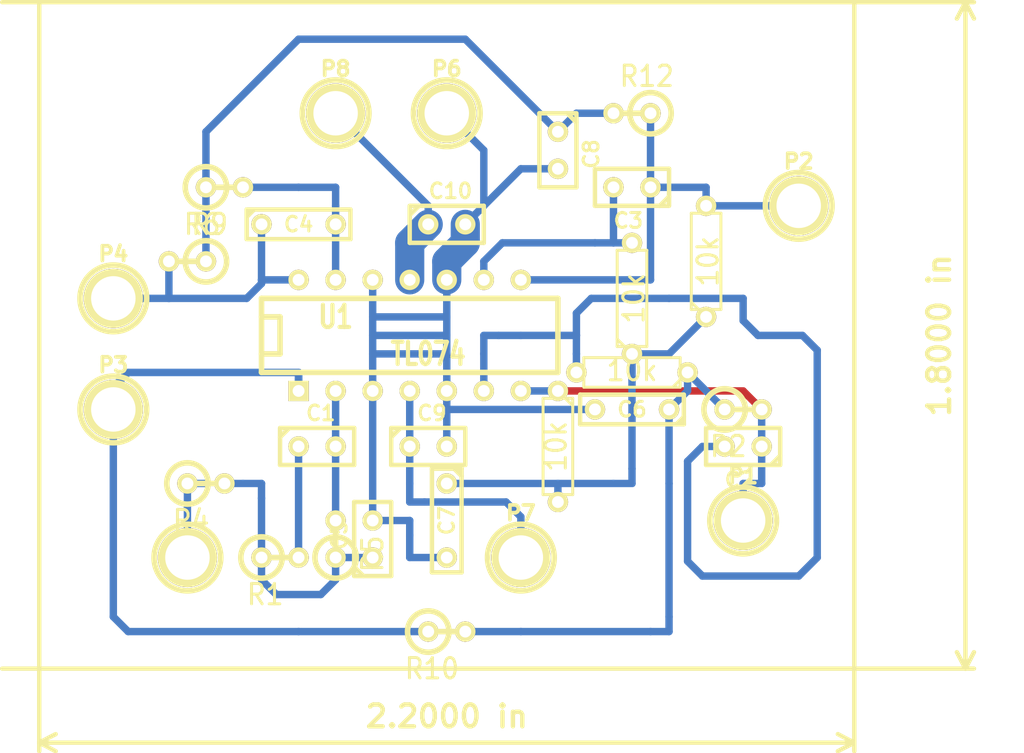
<source format=kicad_pcb>
(kicad_pcb (version 3) (host pcbnew "(2013-07-07 BZR 4022)-stable")

  (general
    (links 50)
    (no_connects 1)
    (area 0 0 0 0)
    (thickness 1.6)
    (drawings 2)
    (tracks 145)
    (zones 0)
    (modules 31)
    (nets 17)
  )

  (page A3)
  (layers
    (15 F.Cu signal)
    (0 B.Cu signal)
    (16 B.Adhes user)
    (17 F.Adhes user)
    (18 B.Paste user)
    (19 F.Paste user)
    (20 B.SilkS user)
    (21 F.SilkS user)
    (22 B.Mask user)
    (23 F.Mask user)
    (24 Dwgs.User user)
    (25 Cmts.User user)
    (26 Eco1.User user)
    (27 Eco2.User user)
    (28 Edge.Cuts user)
  )

  (setup
    (last_trace_width 0.508)
    (user_trace_width 0.508)
    (user_trace_width 2)
    (trace_clearance 0.254)
    (zone_clearance 0.508)
    (zone_45_only no)
    (trace_min 0.254)
    (segment_width 0.2)
    (edge_width 0.1)
    (via_size 0.889)
    (via_drill 0.635)
    (via_min_size 0.889)
    (via_min_drill 0.508)
    (uvia_size 0.508)
    (uvia_drill 0.127)
    (uvias_allowed no)
    (uvia_min_size 0.508)
    (uvia_min_drill 0.127)
    (pcb_text_width 0.3)
    (pcb_text_size 1.5 1.5)
    (mod_edge_width 0.15)
    (mod_text_size 1 1)
    (mod_text_width 0.15)
    (pad_size 1.5 1.5)
    (pad_drill 0.6)
    (pad_to_mask_clearance 0)
    (aux_axis_origin 0 0)
    (visible_elements 7FFFFFFF)
    (pcbplotparams
      (layerselection 3178497)
      (usegerberextensions true)
      (excludeedgelayer true)
      (linewidth 0.150000)
      (plotframeref false)
      (viasonmask false)
      (mode 1)
      (useauxorigin false)
      (hpglpennumber 1)
      (hpglpenspeed 20)
      (hpglpendiameter 15)
      (hpglpenoverlay 2)
      (psnegative false)
      (psa4output false)
      (plotreference true)
      (plotvalue true)
      (plotothertext true)
      (plotinvisibletext false)
      (padsonsilk false)
      (subtractmaskfromsilk false)
      (outputformat 1)
      (mirror false)
      (drillshape 1)
      (scaleselection 1)
      (outputdirectory ""))
  )

  (net 0 "")
  (net 1 AGND)
  (net 2 N-000001)
  (net 3 N-0000010)
  (net 4 N-0000011)
  (net 5 N-0000012)
  (net 6 N-0000013)
  (net 7 N-0000014)
  (net 8 N-000002)
  (net 9 N-000003)
  (net 10 N-000005)
  (net 11 N-000006)
  (net 12 N-000007)
  (net 13 N-000008)
  (net 14 N-000009)
  (net 15 VCC)
  (net 16 VSS)

  (net_class Default "This is the default net class."
    (clearance 0.254)
    (trace_width 0.254)
    (via_dia 0.889)
    (via_drill 0.635)
    (uvia_dia 0.508)
    (uvia_drill 0.127)
    (add_net "")
    (add_net AGND)
    (add_net N-000001)
    (add_net N-0000010)
    (add_net N-0000011)
    (add_net N-0000012)
    (add_net N-0000013)
    (add_net N-0000014)
    (add_net N-000002)
    (add_net N-000003)
    (add_net N-000005)
    (add_net N-000006)
    (add_net N-000007)
    (add_net N-000008)
    (add_net N-000009)
    (add_net VCC)
    (add_net VSS)
  )

  (module C1 (layer F.Cu) (tedit 3F92C496) (tstamp 5318C4DD)
    (at 115.57 93.98)
    (descr "Condensateur e = 1 pas")
    (tags C)
    (path /5318AF6F)
    (fp_text reference C9 (at 0.254 -2.286) (layer F.SilkS)
      (effects (font (size 1.016 1.016) (thickness 0.2032)))
    )
    (fp_text value 0.1uF (at 0 -2.286) (layer F.SilkS) hide
      (effects (font (size 1.016 1.016) (thickness 0.2032)))
    )
    (fp_line (start -2.4892 -1.27) (end 2.54 -1.27) (layer F.SilkS) (width 0.3048))
    (fp_line (start 2.54 -1.27) (end 2.54 1.27) (layer F.SilkS) (width 0.3048))
    (fp_line (start 2.54 1.27) (end -2.54 1.27) (layer F.SilkS) (width 0.3048))
    (fp_line (start -2.54 1.27) (end -2.54 -1.27) (layer F.SilkS) (width 0.3048))
    (fp_line (start -2.54 -0.635) (end -1.905 -1.27) (layer F.SilkS) (width 0.3048))
    (pad 1 thru_hole circle (at -1.27 0) (size 1.397 1.397) (drill 0.8128)
      (layers *.Cu *.Mask F.SilkS)
      (net 15 VCC)
    )
    (pad 2 thru_hole circle (at 1.27 0) (size 1.397 1.397) (drill 0.8128)
      (layers *.Cu *.Mask F.SilkS)
      (net 1 AGND)
    )
    (model discret/capa_1_pas.wrl
      (at (xyz 0 0 0))
      (scale (xyz 1 1 1))
      (rotate (xyz 0 0 0))
    )
  )

  (module C1 (layer F.Cu) (tedit 3F92C496) (tstamp 5318C4E8)
    (at 116.84 78.74)
    (descr "Condensateur e = 1 pas")
    (tags C)
    (path /5318AF75)
    (fp_text reference C10 (at 0.254 -2.286) (layer F.SilkS)
      (effects (font (size 1.016 1.016) (thickness 0.2032)))
    )
    (fp_text value 0.1uF (at 0 -2.286) (layer F.SilkS) hide
      (effects (font (size 1.016 1.016) (thickness 0.2032)))
    )
    (fp_line (start -2.4892 -1.27) (end 2.54 -1.27) (layer F.SilkS) (width 0.3048))
    (fp_line (start 2.54 -1.27) (end 2.54 1.27) (layer F.SilkS) (width 0.3048))
    (fp_line (start 2.54 1.27) (end -2.54 1.27) (layer F.SilkS) (width 0.3048))
    (fp_line (start -2.54 1.27) (end -2.54 -1.27) (layer F.SilkS) (width 0.3048))
    (fp_line (start -2.54 -0.635) (end -1.905 -1.27) (layer F.SilkS) (width 0.3048))
    (pad 1 thru_hole circle (at -1.27 0) (size 1.397 1.397) (drill 0.8128)
      (layers *.Cu *.Mask F.SilkS)
      (net 16 VSS)
    )
    (pad 2 thru_hole circle (at 1.27 0) (size 1.397 1.397) (drill 0.8128)
      (layers *.Cu *.Mask F.SilkS)
      (net 1 AGND)
    )
    (model discret/capa_1_pas.wrl
      (at (xyz 0 0 0))
      (scale (xyz 1 1 1))
      (rotate (xyz 0 0 0))
    )
  )

  (module R1 (layer F.Cu) (tedit 200000) (tstamp 5318C5A5)
    (at 100.33 96.52)
    (descr "Resistance verticale")
    (tags R)
    (path /53026A05)
    (autoplace_cost90 10)
    (autoplace_cost180 10)
    (fp_text reference R4 (at -1.016 2.54) (layer F.SilkS)
      (effects (font (size 1.397 1.27) (thickness 0.2032)))
    )
    (fp_text value 10k (at -1.143 2.54) (layer F.SilkS) hide
      (effects (font (size 1.397 1.27) (thickness 0.2032)))
    )
    (fp_line (start -1.27 0) (end 1.27 0) (layer F.SilkS) (width 0.381))
    (fp_circle (center -1.27 0) (end -0.635 1.27) (layer F.SilkS) (width 0.381))
    (pad 1 thru_hole circle (at -1.27 0) (size 1.397 1.397) (drill 0.8128)
      (layers *.Cu *.Mask F.SilkS)
      (net 6 N-0000013)
    )
    (pad 2 thru_hole circle (at 1.27 0) (size 1.397 1.397) (drill 0.8128)
      (layers *.Cu *.Mask F.SilkS)
      (net 4 N-0000011)
    )
    (model discret/verti_resistor.wrl
      (at (xyz 0 0 0))
      (scale (xyz 1 1 1))
      (rotate (xyz 0 0 0))
    )
  )

  (module R1 (layer F.Cu) (tedit 200000) (tstamp 5318C5B5)
    (at 99.06 81.28 180)
    (descr "Resistance verticale")
    (tags R)
    (path /530A9798)
    (autoplace_cost90 10)
    (autoplace_cost180 10)
    (fp_text reference R6 (at -1.016 2.54 180) (layer F.SilkS)
      (effects (font (size 1.397 1.27) (thickness 0.2032)))
    )
    (fp_text value 10k (at -1.143 2.54 180) (layer F.SilkS) hide
      (effects (font (size 1.397 1.27) (thickness 0.2032)))
    )
    (fp_line (start -1.27 0) (end 1.27 0) (layer F.SilkS) (width 0.381))
    (fp_circle (center -1.27 0) (end -0.635 1.27) (layer F.SilkS) (width 0.381))
    (pad 1 thru_hole circle (at -1.27 0 180) (size 1.397 1.397) (drill 0.8128)
      (layers *.Cu *.Mask F.SilkS)
      (net 3 N-0000010)
    )
    (pad 2 thru_hole circle (at 1.27 0 180) (size 1.397 1.397) (drill 0.8128)
      (layers *.Cu *.Mask F.SilkS)
      (net 7 N-0000014)
    )
    (model discret/verti_resistor.wrl
      (at (xyz 0 0 0))
      (scale (xyz 1 1 1))
      (rotate (xyz 0 0 0))
    )
  )

  (module R1 (layer F.Cu) (tedit 200000) (tstamp 5318C5BD)
    (at 101.6 76.2)
    (descr "Resistance verticale")
    (tags R)
    (path /530A9786)
    (autoplace_cost90 10)
    (autoplace_cost180 10)
    (fp_text reference R9 (at -1.016 2.54) (layer F.SilkS)
      (effects (font (size 1.397 1.27) (thickness 0.2032)))
    )
    (fp_text value 10k (at -1.143 2.54) (layer F.SilkS) hide
      (effects (font (size 1.397 1.27) (thickness 0.2032)))
    )
    (fp_line (start -1.27 0) (end 1.27 0) (layer F.SilkS) (width 0.381))
    (fp_circle (center -1.27 0) (end -0.635 1.27) (layer F.SilkS) (width 0.381))
    (pad 1 thru_hole circle (at -1.27 0) (size 1.397 1.397) (drill 0.8128)
      (layers *.Cu *.Mask F.SilkS)
      (net 3 N-0000010)
    )
    (pad 2 thru_hole circle (at 1.27 0) (size 1.397 1.397) (drill 0.8128)
      (layers *.Cu *.Mask F.SilkS)
      (net 9 N-000003)
    )
    (model discret/verti_resistor.wrl
      (at (xyz 0 0 0))
      (scale (xyz 1 1 1))
      (rotate (xyz 0 0 0))
    )
  )

  (module R1 (layer F.Cu) (tedit 200000) (tstamp 5318C5C5)
    (at 129.54 71.12 180)
    (descr "Resistance verticale")
    (tags R)
    (path /530A9780)
    (autoplace_cost90 10)
    (autoplace_cost180 10)
    (fp_text reference R12 (at -1.016 2.54 180) (layer F.SilkS)
      (effects (font (size 1.397 1.27) (thickness 0.2032)))
    )
    (fp_text value 10k (at -1.143 2.54 180) (layer F.SilkS) hide
      (effects (font (size 1.397 1.27) (thickness 0.2032)))
    )
    (fp_line (start -1.27 0) (end 1.27 0) (layer F.SilkS) (width 0.381))
    (fp_circle (center -1.27 0) (end -0.635 1.27) (layer F.SilkS) (width 0.381))
    (pad 1 thru_hole circle (at -1.27 0 180) (size 1.397 1.397) (drill 0.8128)
      (layers *.Cu *.Mask F.SilkS)
      (net 12 N-000007)
    )
    (pad 2 thru_hole circle (at 1.27 0 180) (size 1.397 1.397) (drill 0.8128)
      (layers *.Cu *.Mask F.SilkS)
      (net 3 N-0000010)
    )
    (model discret/verti_resistor.wrl
      (at (xyz 0 0 0))
      (scale (xyz 1 1 1))
      (rotate (xyz 0 0 0))
    )
  )

  (module R1 (layer F.Cu) (tedit 200000) (tstamp 5318C5E5)
    (at 137.16 91.44)
    (descr "Resistance verticale")
    (tags R)
    (path /53096FF4)
    (autoplace_cost90 10)
    (autoplace_cost180 10)
    (fp_text reference R2 (at -1.016 2.54) (layer F.SilkS)
      (effects (font (size 1.397 1.27) (thickness 0.2032)))
    )
    (fp_text value 10k (at -1.143 2.54) (layer F.SilkS) hide
      (effects (font (size 1.397 1.27) (thickness 0.2032)))
    )
    (fp_line (start -1.27 0) (end 1.27 0) (layer F.SilkS) (width 0.381))
    (fp_circle (center -1.27 0) (end -0.635 1.27) (layer F.SilkS) (width 0.381))
    (pad 1 thru_hole circle (at -1.27 0) (size 1.397 1.397) (drill 0.8128)
      (layers *.Cu *.Mask F.SilkS)
      (net 5 N-0000012)
    )
    (pad 2 thru_hole circle (at 1.27 0) (size 1.397 1.397) (drill 0.8128)
      (layers *.Cu *.Mask F.SilkS)
      (net 10 N-000005)
    )
    (model discret/verti_resistor.wrl
      (at (xyz 0 0 0))
      (scale (xyz 1 1 1))
      (rotate (xyz 0 0 0))
    )
  )

  (module R1 (layer F.Cu) (tedit 200000) (tstamp 5318C5ED)
    (at 116.84 106.68)
    (descr "Resistance verticale")
    (tags R)
    (path /53096FDC)
    (autoplace_cost90 10)
    (autoplace_cost180 10)
    (fp_text reference R10 (at -1.016 2.54) (layer F.SilkS)
      (effects (font (size 1.397 1.27) (thickness 0.2032)))
    )
    (fp_text value 10k (at -1.143 2.54) (layer F.SilkS) hide
      (effects (font (size 1.397 1.27) (thickness 0.2032)))
    )
    (fp_line (start -1.27 0) (end 1.27 0) (layer F.SilkS) (width 0.381))
    (fp_circle (center -1.27 0) (end -0.635 1.27) (layer F.SilkS) (width 0.381))
    (pad 1 thru_hole circle (at -1.27 0) (size 1.397 1.397) (drill 0.8128)
      (layers *.Cu *.Mask F.SilkS)
      (net 11 N-000006)
    )
    (pad 2 thru_hole circle (at 1.27 0) (size 1.397 1.397) (drill 0.8128)
      (layers *.Cu *.Mask F.SilkS)
      (net 5 N-0000012)
    )
    (model discret/verti_resistor.wrl
      (at (xyz 0 0 0))
      (scale (xyz 1 1 1))
      (rotate (xyz 0 0 0))
    )
  )

  (module R1 (layer F.Cu) (tedit 200000) (tstamp 5318C5F5)
    (at 105.41 101.6)
    (descr "Resistance verticale")
    (tags R)
    (path /53026A24)
    (autoplace_cost90 10)
    (autoplace_cost180 10)
    (fp_text reference R1 (at -1.016 2.54) (layer F.SilkS)
      (effects (font (size 1.397 1.27) (thickness 0.2032)))
    )
    (fp_text value 10k (at -1.143 2.54) (layer F.SilkS) hide
      (effects (font (size 1.397 1.27) (thickness 0.2032)))
    )
    (fp_line (start -1.27 0) (end 1.27 0) (layer F.SilkS) (width 0.381))
    (fp_circle (center -1.27 0) (end -0.635 1.27) (layer F.SilkS) (width 0.381))
    (pad 1 thru_hole circle (at -1.27 0) (size 1.397 1.397) (drill 0.8128)
      (layers *.Cu *.Mask F.SilkS)
      (net 4 N-0000011)
    )
    (pad 2 thru_hole circle (at 1.27 0) (size 1.397 1.397) (drill 0.8128)
      (layers *.Cu *.Mask F.SilkS)
      (net 11 N-000006)
    )
    (model discret/verti_resistor.wrl
      (at (xyz 0 0 0))
      (scale (xyz 1 1 1))
      (rotate (xyz 0 0 0))
    )
  )

  (module R1 (layer F.Cu) (tedit 200000) (tstamp 5318C5FD)
    (at 109.22 100.33 90)
    (descr "Resistance verticale")
    (tags R)
    (path /53026A0B)
    (autoplace_cost90 10)
    (autoplace_cost180 10)
    (fp_text reference R5 (at -1.016 2.54 90) (layer F.SilkS)
      (effects (font (size 1.397 1.27) (thickness 0.2032)))
    )
    (fp_text value 10k (at -1.143 2.54 90) (layer F.SilkS) hide
      (effects (font (size 1.397 1.27) (thickness 0.2032)))
    )
    (fp_line (start -1.27 0) (end 1.27 0) (layer F.SilkS) (width 0.381))
    (fp_circle (center -1.27 0) (end -0.635 1.27) (layer F.SilkS) (width 0.381))
    (pad 1 thru_hole circle (at -1.27 0 90) (size 1.397 1.397) (drill 0.8128)
      (layers *.Cu *.Mask F.SilkS)
      (net 4 N-0000011)
    )
    (pad 2 thru_hole circle (at 1.27 0 90) (size 1.397 1.397) (drill 0.8128)
      (layers *.Cu *.Mask F.SilkS)
      (net 2 N-000001)
    )
    (model discret/verti_resistor.wrl
      (at (xyz 0 0 0))
      (scale (xyz 1 1 1))
      (rotate (xyz 0 0 0))
    )
  )

  (module DIP-14__300 (layer F.Cu) (tedit 200000) (tstamp 5318C616)
    (at 114.3 86.36)
    (descr "14 pins DIL package, round pads")
    (tags DIL)
    (path /5316679D)
    (fp_text reference U1 (at -5.08 -1.27) (layer F.SilkS)
      (effects (font (size 1.524 1.143) (thickness 0.3048)))
    )
    (fp_text value TL074 (at 1.27 1.27) (layer F.SilkS)
      (effects (font (size 1.524 1.143) (thickness 0.3048)))
    )
    (fp_line (start -10.16 -2.54) (end 10.16 -2.54) (layer F.SilkS) (width 0.381))
    (fp_line (start 10.16 2.54) (end -10.16 2.54) (layer F.SilkS) (width 0.381))
    (fp_line (start -10.16 2.54) (end -10.16 -2.54) (layer F.SilkS) (width 0.381))
    (fp_line (start -10.16 -1.27) (end -8.89 -1.27) (layer F.SilkS) (width 0.381))
    (fp_line (start -8.89 -1.27) (end -8.89 1.27) (layer F.SilkS) (width 0.381))
    (fp_line (start -8.89 1.27) (end -10.16 1.27) (layer F.SilkS) (width 0.381))
    (fp_line (start 10.16 -2.54) (end 10.16 2.54) (layer F.SilkS) (width 0.381))
    (pad 1 thru_hole rect (at -7.62 3.81) (size 1.397 1.397) (drill 0.8128)
      (layers *.Cu *.Mask F.SilkS)
      (net 11 N-000006)
    )
    (pad 2 thru_hole circle (at -5.08 3.81) (size 1.397 1.397) (drill 0.8128)
      (layers *.Cu *.Mask F.SilkS)
      (net 2 N-000001)
    )
    (pad 3 thru_hole circle (at -2.54 3.81) (size 1.397 1.397) (drill 0.8128)
      (layers *.Cu *.Mask F.SilkS)
      (net 1 AGND)
    )
    (pad 4 thru_hole circle (at 0 3.81) (size 1.397 1.397) (drill 0.8128)
      (layers *.Cu *.Mask F.SilkS)
      (net 15 VCC)
    )
    (pad 5 thru_hole circle (at 2.54 3.81) (size 1.397 1.397) (drill 0.8128)
      (layers *.Cu *.Mask F.SilkS)
      (net 1 AGND)
    )
    (pad 6 thru_hole circle (at 5.08 3.81) (size 1.397 1.397) (drill 0.8128)
      (layers *.Cu *.Mask F.SilkS)
      (net 8 N-000002)
    )
    (pad 7 thru_hole circle (at 7.62 3.81) (size 1.397 1.397) (drill 0.8128)
      (layers *.Cu *.Mask F.SilkS)
      (net 10 N-000005)
    )
    (pad 8 thru_hole circle (at 7.62 -3.81) (size 1.397 1.397) (drill 0.8128)
      (layers *.Cu *.Mask F.SilkS)
      (net 12 N-000007)
    )
    (pad 9 thru_hole circle (at 5.08 -3.81) (size 1.397 1.397) (drill 0.8128)
      (layers *.Cu *.Mask F.SilkS)
      (net 13 N-000008)
    )
    (pad 10 thru_hole circle (at 2.54 -3.81) (size 1.397 1.397) (drill 0.8128)
      (layers *.Cu *.Mask F.SilkS)
      (net 1 AGND)
    )
    (pad 11 thru_hole circle (at 0 -3.81) (size 1.397 1.397) (drill 0.8128)
      (layers *.Cu *.Mask F.SilkS)
      (net 16 VSS)
    )
    (pad 12 thru_hole circle (at -2.54 -3.81) (size 1.397 1.397) (drill 0.8128)
      (layers *.Cu *.Mask F.SilkS)
      (net 1 AGND)
    )
    (pad 13 thru_hole circle (at -5.08 -3.81) (size 1.397 1.397) (drill 0.8128)
      (layers *.Cu *.Mask F.SilkS)
      (net 9 N-000003)
    )
    (pad 14 thru_hole circle (at -7.62 -3.81) (size 1.397 1.397) (drill 0.8128)
      (layers *.Cu *.Mask F.SilkS)
      (net 7 N-0000014)
    )
    (model dil/dil_14.wrl
      (at (xyz 0 0 0))
      (scale (xyz 1 1 1))
      (rotate (xyz 0 0 0))
    )
  )

  (module C1 (layer F.Cu) (tedit 3F92C496) (tstamp 5318C62C)
    (at 129.54 76.2 180)
    (descr "Condensateur e = 1 pas")
    (tags C)
    (path /530A94A8)
    (fp_text reference C3 (at 0.254 -2.286 180) (layer F.SilkS)
      (effects (font (size 1.016 1.016) (thickness 0.2032)))
    )
    (fp_text value 240pF (at 0 -2.286 180) (layer F.SilkS) hide
      (effects (font (size 1.016 1.016) (thickness 0.2032)))
    )
    (fp_line (start -2.4892 -1.27) (end 2.54 -1.27) (layer F.SilkS) (width 0.3048))
    (fp_line (start 2.54 -1.27) (end 2.54 1.27) (layer F.SilkS) (width 0.3048))
    (fp_line (start 2.54 1.27) (end -2.54 1.27) (layer F.SilkS) (width 0.3048))
    (fp_line (start -2.54 1.27) (end -2.54 -1.27) (layer F.SilkS) (width 0.3048))
    (fp_line (start -2.54 -0.635) (end -1.905 -1.27) (layer F.SilkS) (width 0.3048))
    (pad 1 thru_hole circle (at -1.27 0 180) (size 1.397 1.397) (drill 0.8128)
      (layers *.Cu *.Mask F.SilkS)
      (net 12 N-000007)
    )
    (pad 2 thru_hole circle (at 1.27 0 180) (size 1.397 1.397) (drill 0.8128)
      (layers *.Cu *.Mask F.SilkS)
      (net 13 N-000008)
    )
    (model discret/capa_1_pas.wrl
      (at (xyz 0 0 0))
      (scale (xyz 1 1 1))
      (rotate (xyz 0 0 0))
    )
  )

  (module C1 (layer F.Cu) (tedit 3F92C496) (tstamp 5318C642)
    (at 124.46 73.66 270)
    (descr "Condensateur e = 1 pas")
    (tags C)
    (path /530A978C)
    (fp_text reference C8 (at 0.254 -2.286 270) (layer F.SilkS)
      (effects (font (size 1.016 1.016) (thickness 0.2032)))
    )
    (fp_text value 4.7nF (at 0 -2.286 270) (layer F.SilkS) hide
      (effects (font (size 1.016 1.016) (thickness 0.2032)))
    )
    (fp_line (start -2.4892 -1.27) (end 2.54 -1.27) (layer F.SilkS) (width 0.3048))
    (fp_line (start 2.54 -1.27) (end 2.54 1.27) (layer F.SilkS) (width 0.3048))
    (fp_line (start 2.54 1.27) (end -2.54 1.27) (layer F.SilkS) (width 0.3048))
    (fp_line (start -2.54 1.27) (end -2.54 -1.27) (layer F.SilkS) (width 0.3048))
    (fp_line (start -2.54 -0.635) (end -1.905 -1.27) (layer F.SilkS) (width 0.3048))
    (pad 1 thru_hole circle (at -1.27 0 270) (size 1.397 1.397) (drill 0.8128)
      (layers *.Cu *.Mask F.SilkS)
      (net 3 N-0000010)
    )
    (pad 2 thru_hole circle (at 1.27 0 270) (size 1.397 1.397) (drill 0.8128)
      (layers *.Cu *.Mask F.SilkS)
      (net 1 AGND)
    )
    (model discret/capa_1_pas.wrl
      (at (xyz 0 0 0))
      (scale (xyz 1 1 1))
      (rotate (xyz 0 0 0))
    )
  )

  (module C1 (layer F.Cu) (tedit 3F92C496) (tstamp 5318C658)
    (at 111.76 100.33 90)
    (descr "Condensateur e = 1 pas")
    (tags C)
    (path /53026A18)
    (fp_text reference C5 (at 0.254 -2.286 90) (layer F.SilkS)
      (effects (font (size 1.016 1.016) (thickness 0.2032)))
    )
    (fp_text value 1nF (at 0 -2.286 90) (layer F.SilkS) hide
      (effects (font (size 1.016 1.016) (thickness 0.2032)))
    )
    (fp_line (start -2.4892 -1.27) (end 2.54 -1.27) (layer F.SilkS) (width 0.3048))
    (fp_line (start 2.54 -1.27) (end 2.54 1.27) (layer F.SilkS) (width 0.3048))
    (fp_line (start 2.54 1.27) (end -2.54 1.27) (layer F.SilkS) (width 0.3048))
    (fp_line (start -2.54 1.27) (end -2.54 -1.27) (layer F.SilkS) (width 0.3048))
    (fp_line (start -2.54 -0.635) (end -1.905 -1.27) (layer F.SilkS) (width 0.3048))
    (pad 1 thru_hole circle (at -1.27 0 90) (size 1.397 1.397) (drill 0.8128)
      (layers *.Cu *.Mask F.SilkS)
      (net 4 N-0000011)
    )
    (pad 2 thru_hole circle (at 1.27 0 90) (size 1.397 1.397) (drill 0.8128)
      (layers *.Cu *.Mask F.SilkS)
      (net 1 AGND)
    )
    (model discret/capa_1_pas.wrl
      (at (xyz 0 0 0))
      (scale (xyz 1 1 1))
      (rotate (xyz 0 0 0))
    )
  )

  (module C1 (layer F.Cu) (tedit 3F92C496) (tstamp 5318C663)
    (at 107.95 93.98)
    (descr "Condensateur e = 1 pas")
    (tags C)
    (path /53097011)
    (fp_text reference C1 (at 0.254 -2.286) (layer F.SilkS)
      (effects (font (size 1.016 1.016) (thickness 0.2032)))
    )
    (fp_text value 430pF (at 0 -2.286) (layer F.SilkS) hide
      (effects (font (size 1.016 1.016) (thickness 0.2032)))
    )
    (fp_line (start -2.4892 -1.27) (end 2.54 -1.27) (layer F.SilkS) (width 0.3048))
    (fp_line (start 2.54 -1.27) (end 2.54 1.27) (layer F.SilkS) (width 0.3048))
    (fp_line (start 2.54 1.27) (end -2.54 1.27) (layer F.SilkS) (width 0.3048))
    (fp_line (start -2.54 1.27) (end -2.54 -1.27) (layer F.SilkS) (width 0.3048))
    (fp_line (start -2.54 -0.635) (end -1.905 -1.27) (layer F.SilkS) (width 0.3048))
    (pad 1 thru_hole circle (at -1.27 0) (size 1.397 1.397) (drill 0.8128)
      (layers *.Cu *.Mask F.SilkS)
      (net 11 N-000006)
    )
    (pad 2 thru_hole circle (at 1.27 0) (size 1.397 1.397) (drill 0.8128)
      (layers *.Cu *.Mask F.SilkS)
      (net 2 N-000001)
    )
    (model discret/capa_1_pas.wrl
      (at (xyz 0 0 0))
      (scale (xyz 1 1 1))
      (rotate (xyz 0 0 0))
    )
  )

  (module C1 (layer F.Cu) (tedit 3F92C496) (tstamp 5318C66E)
    (at 137.16 93.98 180)
    (descr "Condensateur e = 1 pas")
    (tags C)
    (path /53096FEE)
    (fp_text reference C2 (at 0.254 -2.286 180) (layer F.SilkS)
      (effects (font (size 1.016 1.016) (thickness 0.2032)))
    )
    (fp_text value 360pF (at 0 -2.286 180) (layer F.SilkS) hide
      (effects (font (size 1.016 1.016) (thickness 0.2032)))
    )
    (fp_line (start -2.4892 -1.27) (end 2.54 -1.27) (layer F.SilkS) (width 0.3048))
    (fp_line (start 2.54 -1.27) (end 2.54 1.27) (layer F.SilkS) (width 0.3048))
    (fp_line (start 2.54 1.27) (end -2.54 1.27) (layer F.SilkS) (width 0.3048))
    (fp_line (start -2.54 1.27) (end -2.54 -1.27) (layer F.SilkS) (width 0.3048))
    (fp_line (start -2.54 -0.635) (end -1.905 -1.27) (layer F.SilkS) (width 0.3048))
    (pad 1 thru_hole circle (at -1.27 0 180) (size 1.397 1.397) (drill 0.8128)
      (layers *.Cu *.Mask F.SilkS)
      (net 10 N-000005)
    )
    (pad 2 thru_hole circle (at 1.27 0 180) (size 1.397 1.397) (drill 0.8128)
      (layers *.Cu *.Mask F.SilkS)
      (net 8 N-000002)
    )
    (model discret/capa_1_pas.wrl
      (at (xyz 0 0 0))
      (scale (xyz 1 1 1))
      (rotate (xyz 0 0 0))
    )
  )

  (module 1pin (layer F.Cu) (tedit 200000) (tstamp 5318C674)
    (at 109.22 71.12)
    (descr "module 1 pin (ou trou mecanique de percage)")
    (tags DEV)
    (path /53176477)
    (fp_text reference P8 (at 0 -3.048) (layer F.SilkS)
      (effects (font (size 1.016 1.016) (thickness 0.254)))
    )
    (fp_text value TST (at 0 2.794) (layer F.SilkS) hide
      (effects (font (size 1.016 1.016) (thickness 0.254)))
    )
    (fp_circle (center 0 0) (end 0 -2.286) (layer F.SilkS) (width 0.381))
    (pad 1 thru_hole circle (at 0 0) (size 4.064 4.064) (drill 3.048)
      (layers *.Cu *.Mask F.SilkS)
      (net 16 VSS)
    )
  )

  (module 1pin (layer F.Cu) (tedit 200000) (tstamp 5318C67A)
    (at 121.92 101.6)
    (descr "module 1 pin (ou trou mecanique de percage)")
    (tags DEV)
    (path /53176471)
    (fp_text reference P7 (at 0 -3.048) (layer F.SilkS)
      (effects (font (size 1.016 1.016) (thickness 0.254)))
    )
    (fp_text value TST (at 0 2.794) (layer F.SilkS) hide
      (effects (font (size 1.016 1.016) (thickness 0.254)))
    )
    (fp_circle (center 0 0) (end 0 -2.286) (layer F.SilkS) (width 0.381))
    (pad 1 thru_hole circle (at 0 0) (size 4.064 4.064) (drill 3.048)
      (layers *.Cu *.Mask F.SilkS)
      (net 15 VCC)
    )
  )

  (module 1pin (layer F.Cu) (tedit 200000) (tstamp 5318C680)
    (at 116.84 71.12)
    (descr "module 1 pin (ou trou mecanique de percage)")
    (tags DEV)
    (path /53165675)
    (fp_text reference P6 (at 0 -3.048) (layer F.SilkS)
      (effects (font (size 1.016 1.016) (thickness 0.254)))
    )
    (fp_text value TST (at 0 2.794) (layer F.SilkS) hide
      (effects (font (size 1.016 1.016) (thickness 0.254)))
    )
    (fp_circle (center 0 0) (end 0 -2.286) (layer F.SilkS) (width 0.381))
    (pad 1 thru_hole circle (at 0 0) (size 4.064 4.064) (drill 3.048)
      (layers *.Cu *.Mask F.SilkS)
      (net 1 AGND)
    )
  )

  (module 1pin (layer F.Cu) (tedit 200000) (tstamp 5318C686)
    (at 140.97 77.47)
    (descr "module 1 pin (ou trou mecanique de percage)")
    (tags DEV)
    (path /531654CC)
    (fp_text reference P2 (at 0 -3.048) (layer F.SilkS)
      (effects (font (size 1.016 1.016) (thickness 0.254)))
    )
    (fp_text value TST (at 0 2.794) (layer F.SilkS) hide
      (effects (font (size 1.016 1.016) (thickness 0.254)))
    )
    (fp_circle (center 0 0) (end 0 -2.286) (layer F.SilkS) (width 0.381))
    (pad 1 thru_hole circle (at 0 0) (size 4.064 4.064) (drill 3.048)
      (layers *.Cu *.Mask F.SilkS)
      (net 12 N-000007)
    )
  )

  (module 1pin (layer F.Cu) (tedit 200000) (tstamp 5318C68C)
    (at 137.16 99.06)
    (descr "module 1 pin (ou trou mecanique de percage)")
    (tags DEV)
    (path /5316547F)
    (fp_text reference P1 (at 0 -3.048) (layer F.SilkS)
      (effects (font (size 1.016 1.016) (thickness 0.254)))
    )
    (fp_text value TST (at 0 2.794) (layer F.SilkS) hide
      (effects (font (size 1.016 1.016) (thickness 0.254)))
    )
    (fp_circle (center 0 0) (end 0 -2.286) (layer F.SilkS) (width 0.381))
    (pad 1 thru_hole circle (at 0 0) (size 4.064 4.064) (drill 3.048)
      (layers *.Cu *.Mask F.SilkS)
      (net 10 N-000005)
    )
  )

  (module 1pin (layer F.Cu) (tedit 200000) (tstamp 5318C692)
    (at 93.98 91.44)
    (descr "module 1 pin (ou trou mecanique de percage)")
    (tags DEV)
    (path /53165435)
    (fp_text reference P3 (at 0 -3.048) (layer F.SilkS)
      (effects (font (size 1.016 1.016) (thickness 0.254)))
    )
    (fp_text value TST (at 0 2.794) (layer F.SilkS) hide
      (effects (font (size 1.016 1.016) (thickness 0.254)))
    )
    (fp_circle (center 0 0) (end 0 -2.286) (layer F.SilkS) (width 0.381))
    (pad 1 thru_hole circle (at 0 0) (size 4.064 4.064) (drill 3.048)
      (layers *.Cu *.Mask F.SilkS)
      (net 11 N-000006)
    )
  )

  (module 1pin (layer F.Cu) (tedit 200000) (tstamp 5318C698)
    (at 93.98 83.82)
    (descr "module 1 pin (ou trou mecanique de percage)")
    (tags DEV)
    (path /5316523A)
    (fp_text reference P4 (at 0 -3.048) (layer F.SilkS)
      (effects (font (size 1.016 1.016) (thickness 0.254)))
    )
    (fp_text value TST (at 0 2.794) (layer F.SilkS) hide
      (effects (font (size 1.016 1.016) (thickness 0.254)))
    )
    (fp_circle (center 0 0) (end 0 -2.286) (layer F.SilkS) (width 0.381))
    (pad 1 thru_hole circle (at 0 0) (size 4.064 4.064) (drill 3.048)
      (layers *.Cu *.Mask F.SilkS)
      (net 7 N-0000014)
    )
  )

  (module 1pin (layer F.Cu) (tedit 5318C710) (tstamp 5318C69E)
    (at 99.06 101.6)
    (descr "module 1 pin (ou trou mecanique de percage)")
    (tags DEV)
    (path /531651B7)
    (fp_text reference P5 (at 0 0) (layer F.SilkS)
      (effects (font (size 1.016 1.016) (thickness 0.254)))
    )
    (fp_text value TST (at 0 2.794) (layer F.SilkS) hide
      (effects (font (size 1.016 1.016) (thickness 0.254)))
    )
    (fp_circle (center 0 0) (end 0 -2.286) (layer F.SilkS) (width 0.381))
    (pad 1 thru_hole circle (at 0 0) (size 4.064 4.064) (drill 3.048)
      (layers *.Cu *.Mask F.SilkS)
      (net 6 N-0000013)
    )
  )

  (module R3 (layer F.Cu) (tedit 4E4C0E65) (tstamp 5318CDD8)
    (at 129.54 88.9 180)
    (descr "Resitance 3 pas")
    (tags R)
    (path /53166DF4)
    (autoplace_cost180 10)
    (fp_text reference R7 (at 0 0.127 180) (layer F.SilkS) hide
      (effects (font (size 1.397 1.27) (thickness 0.2032)))
    )
    (fp_text value 10k (at 0 0.127 180) (layer F.SilkS)
      (effects (font (size 1.397 1.27) (thickness 0.2032)))
    )
    (fp_line (start -3.81 0) (end -3.302 0) (layer F.SilkS) (width 0.2032))
    (fp_line (start 3.81 0) (end 3.302 0) (layer F.SilkS) (width 0.2032))
    (fp_line (start 3.302 0) (end 3.302 -1.016) (layer F.SilkS) (width 0.2032))
    (fp_line (start 3.302 -1.016) (end -3.302 -1.016) (layer F.SilkS) (width 0.2032))
    (fp_line (start -3.302 -1.016) (end -3.302 1.016) (layer F.SilkS) (width 0.2032))
    (fp_line (start -3.302 1.016) (end 3.302 1.016) (layer F.SilkS) (width 0.2032))
    (fp_line (start 3.302 1.016) (end 3.302 0) (layer F.SilkS) (width 0.2032))
    (fp_line (start -3.302 -0.508) (end -2.794 -1.016) (layer F.SilkS) (width 0.2032))
    (pad 1 thru_hole circle (at -3.81 0 180) (size 1.397 1.397) (drill 0.8128)
      (layers *.Cu *.Mask F.SilkS)
      (net 5 N-0000012)
    )
    (pad 2 thru_hole circle (at 3.81 0 180) (size 1.397 1.397) (drill 0.8128)
      (layers *.Cu *.Mask F.SilkS)
      (net 8 N-000002)
    )
    (model discret/resistor.wrl
      (at (xyz 0 0 0))
      (scale (xyz 0.3 0.3 0.3))
      (rotate (xyz 0 0 0))
    )
  )

  (module C2 (layer F.Cu) (tedit 200000) (tstamp 5318CE8D)
    (at 116.84 99.06 270)
    (descr "Condensateur = 2 pas")
    (tags C)
    (path /530A94A2)
    (fp_text reference C7 (at 0 0 270) (layer F.SilkS)
      (effects (font (size 1.016 1.016) (thickness 0.2032)))
    )
    (fp_text value 1.8nF (at 0 0 270) (layer F.SilkS) hide
      (effects (font (size 1.016 1.016) (thickness 0.2032)))
    )
    (fp_line (start -3.556 -1.016) (end 3.556 -1.016) (layer F.SilkS) (width 0.3048))
    (fp_line (start 3.556 -1.016) (end 3.556 1.016) (layer F.SilkS) (width 0.3048))
    (fp_line (start 3.556 1.016) (end -3.556 1.016) (layer F.SilkS) (width 0.3048))
    (fp_line (start -3.556 1.016) (end -3.556 -1.016) (layer F.SilkS) (width 0.3048))
    (fp_line (start -3.556 -0.508) (end -3.048 -1.016) (layer F.SilkS) (width 0.3048))
    (pad 1 thru_hole circle (at -2.54 0 270) (size 1.397 1.397) (drill 0.8128)
      (layers *.Cu *.Mask F.SilkS)
      (net 14 N-000009)
    )
    (pad 2 thru_hole circle (at 2.54 0 270) (size 1.397 1.397) (drill 0.8128)
      (layers *.Cu *.Mask F.SilkS)
      (net 1 AGND)
    )
    (model discret/capa_2pas_5x5mm.wrl
      (at (xyz 0 0 0))
      (scale (xyz 1 1 1))
      (rotate (xyz 0 0 0))
    )
  )

  (module C2 (layer F.Cu) (tedit 200000) (tstamp 5318CF0E)
    (at 106.68 78.74)
    (descr "Condensateur = 2 pas")
    (tags C)
    (path /530A9792)
    (fp_text reference C4 (at 0 0) (layer F.SilkS)
      (effects (font (size 1.016 1.016) (thickness 0.2032)))
    )
    (fp_text value 82pF (at 0 0) (layer F.SilkS) hide
      (effects (font (size 1.016 1.016) (thickness 0.2032)))
    )
    (fp_line (start -3.556 -1.016) (end 3.556 -1.016) (layer F.SilkS) (width 0.3048))
    (fp_line (start 3.556 -1.016) (end 3.556 1.016) (layer F.SilkS) (width 0.3048))
    (fp_line (start 3.556 1.016) (end -3.556 1.016) (layer F.SilkS) (width 0.3048))
    (fp_line (start -3.556 1.016) (end -3.556 -1.016) (layer F.SilkS) (width 0.3048))
    (fp_line (start -3.556 -0.508) (end -3.048 -1.016) (layer F.SilkS) (width 0.3048))
    (pad 1 thru_hole circle (at -2.54 0) (size 1.397 1.397) (drill 0.8128)
      (layers *.Cu *.Mask F.SilkS)
      (net 7 N-0000014)
    )
    (pad 2 thru_hole circle (at 2.54 0) (size 1.397 1.397) (drill 0.8128)
      (layers *.Cu *.Mask F.SilkS)
      (net 9 N-000003)
    )
    (model discret/capa_2pas_5x5mm.wrl
      (at (xyz 0 0 0))
      (scale (xyz 1 1 1))
      (rotate (xyz 0 0 0))
    )
  )

  (module R3 (layer F.Cu) (tedit 4E4C0E65) (tstamp 5318CFDF)
    (at 129.54 83.82 90)
    (descr "Resitance 3 pas")
    (tags R)
    (path /530A949C)
    (autoplace_cost180 10)
    (fp_text reference R8 (at 0 0.127 90) (layer F.SilkS) hide
      (effects (font (size 1.397 1.27) (thickness 0.2032)))
    )
    (fp_text value 10k (at 0 0.127 90) (layer F.SilkS)
      (effects (font (size 1.397 1.27) (thickness 0.2032)))
    )
    (fp_line (start -3.81 0) (end -3.302 0) (layer F.SilkS) (width 0.2032))
    (fp_line (start 3.81 0) (end 3.302 0) (layer F.SilkS) (width 0.2032))
    (fp_line (start 3.302 0) (end 3.302 -1.016) (layer F.SilkS) (width 0.2032))
    (fp_line (start 3.302 -1.016) (end -3.302 -1.016) (layer F.SilkS) (width 0.2032))
    (fp_line (start -3.302 -1.016) (end -3.302 1.016) (layer F.SilkS) (width 0.2032))
    (fp_line (start -3.302 1.016) (end 3.302 1.016) (layer F.SilkS) (width 0.2032))
    (fp_line (start 3.302 1.016) (end 3.302 0) (layer F.SilkS) (width 0.2032))
    (fp_line (start -3.302 -0.508) (end -2.794 -1.016) (layer F.SilkS) (width 0.2032))
    (pad 1 thru_hole circle (at -3.81 0 90) (size 1.397 1.397) (drill 0.8128)
      (layers *.Cu *.Mask F.SilkS)
      (net 14 N-000009)
    )
    (pad 2 thru_hole circle (at 3.81 0 90) (size 1.397 1.397) (drill 0.8128)
      (layers *.Cu *.Mask F.SilkS)
      (net 13 N-000008)
    )
    (model discret/resistor.wrl
      (at (xyz 0 0 0))
      (scale (xyz 0.3 0.3 0.3))
      (rotate (xyz 0 0 0))
    )
  )

  (module C2 (layer F.Cu) (tedit 200000) (tstamp 5318D095)
    (at 129.54 91.44 180)
    (descr "Condensateur = 2 pas")
    (tags C)
    (path /53096FE8)
    (fp_text reference C6 (at 0 0 180) (layer F.SilkS)
      (effects (font (size 1.016 1.016) (thickness 0.2032)))
    )
    (fp_text value 1.1nF (at 0 0 180) (layer F.SilkS) hide
      (effects (font (size 1.016 1.016) (thickness 0.2032)))
    )
    (fp_line (start -3.556 -1.016) (end 3.556 -1.016) (layer F.SilkS) (width 0.3048))
    (fp_line (start 3.556 -1.016) (end 3.556 1.016) (layer F.SilkS) (width 0.3048))
    (fp_line (start 3.556 1.016) (end -3.556 1.016) (layer F.SilkS) (width 0.3048))
    (fp_line (start -3.556 1.016) (end -3.556 -1.016) (layer F.SilkS) (width 0.3048))
    (fp_line (start -3.556 -0.508) (end -3.048 -1.016) (layer F.SilkS) (width 0.3048))
    (pad 1 thru_hole circle (at -2.54 0 180) (size 1.397 1.397) (drill 0.8128)
      (layers *.Cu *.Mask F.SilkS)
      (net 5 N-0000012)
    )
    (pad 2 thru_hole circle (at 2.54 0 180) (size 1.397 1.397) (drill 0.8128)
      (layers *.Cu *.Mask F.SilkS)
      (net 1 AGND)
    )
    (model discret/capa_2pas_5x5mm.wrl
      (at (xyz 0 0 0))
      (scale (xyz 1 1 1))
      (rotate (xyz 0 0 0))
    )
  )

  (module R3 (layer F.Cu) (tedit 4E4C0E65) (tstamp 5318D223)
    (at 124.46 93.98 270)
    (descr "Resitance 3 pas")
    (tags R)
    (path /530A9496)
    (autoplace_cost180 10)
    (fp_text reference R11 (at 0 0.127 270) (layer F.SilkS) hide
      (effects (font (size 1.397 1.27) (thickness 0.2032)))
    )
    (fp_text value 10k (at 0 0.127 270) (layer F.SilkS)
      (effects (font (size 1.397 1.27) (thickness 0.2032)))
    )
    (fp_line (start -3.81 0) (end -3.302 0) (layer F.SilkS) (width 0.2032))
    (fp_line (start 3.81 0) (end 3.302 0) (layer F.SilkS) (width 0.2032))
    (fp_line (start 3.302 0) (end 3.302 -1.016) (layer F.SilkS) (width 0.2032))
    (fp_line (start 3.302 -1.016) (end -3.302 -1.016) (layer F.SilkS) (width 0.2032))
    (fp_line (start -3.302 -1.016) (end -3.302 1.016) (layer F.SilkS) (width 0.2032))
    (fp_line (start -3.302 1.016) (end 3.302 1.016) (layer F.SilkS) (width 0.2032))
    (fp_line (start 3.302 1.016) (end 3.302 0) (layer F.SilkS) (width 0.2032))
    (fp_line (start -3.302 -0.508) (end -2.794 -1.016) (layer F.SilkS) (width 0.2032))
    (pad 1 thru_hole circle (at -3.81 0 270) (size 1.397 1.397) (drill 0.8128)
      (layers *.Cu *.Mask F.SilkS)
      (net 10 N-000005)
    )
    (pad 2 thru_hole circle (at 3.81 0 270) (size 1.397 1.397) (drill 0.8128)
      (layers *.Cu *.Mask F.SilkS)
      (net 14 N-000009)
    )
    (model discret/resistor.wrl
      (at (xyz 0 0 0))
      (scale (xyz 0.3 0.3 0.3))
      (rotate (xyz 0 0 0))
    )
  )

  (module R3 (layer F.Cu) (tedit 4E4C0E65) (tstamp 5318D322)
    (at 134.62 81.28 90)
    (descr "Resitance 3 pas")
    (tags R)
    (path /530A94AE)
    (autoplace_cost180 10)
    (fp_text reference R3 (at 0 0.127 90) (layer F.SilkS) hide
      (effects (font (size 1.397 1.27) (thickness 0.2032)))
    )
    (fp_text value 10k (at 0 0.127 90) (layer F.SilkS)
      (effects (font (size 1.397 1.27) (thickness 0.2032)))
    )
    (fp_line (start -3.81 0) (end -3.302 0) (layer F.SilkS) (width 0.2032))
    (fp_line (start 3.81 0) (end 3.302 0) (layer F.SilkS) (width 0.2032))
    (fp_line (start 3.302 0) (end 3.302 -1.016) (layer F.SilkS) (width 0.2032))
    (fp_line (start 3.302 -1.016) (end -3.302 -1.016) (layer F.SilkS) (width 0.2032))
    (fp_line (start -3.302 -1.016) (end -3.302 1.016) (layer F.SilkS) (width 0.2032))
    (fp_line (start -3.302 1.016) (end 3.302 1.016) (layer F.SilkS) (width 0.2032))
    (fp_line (start 3.302 1.016) (end 3.302 0) (layer F.SilkS) (width 0.2032))
    (fp_line (start -3.302 -0.508) (end -2.794 -1.016) (layer F.SilkS) (width 0.2032))
    (pad 1 thru_hole circle (at -3.81 0 90) (size 1.397 1.397) (drill 0.8128)
      (layers *.Cu *.Mask F.SilkS)
      (net 14 N-000009)
    )
    (pad 2 thru_hole circle (at 3.81 0 90) (size 1.397 1.397) (drill 0.8128)
      (layers *.Cu *.Mask F.SilkS)
      (net 12 N-000007)
    )
    (model discret/resistor.wrl
      (at (xyz 0 0 0))
      (scale (xyz 0.3 0.3 0.3))
      (rotate (xyz 0 0 0))
    )
  )

  (dimension 45.72 (width 0.3) (layer F.SilkS)
    (gr_text 45,720mm (at 153.749999 86.360005 270) (layer F.SilkS)
      (effects (font (size 1.5 1.5) (thickness 0.3)))
    )
    (feature1 (pts (xy 86.36 109.22) (xy 155.099999 109.220005)))
    (feature2 (pts (xy 86.36 63.5) (xy 155.099999 63.500005)))
    (crossbar (pts (xy 152.399999 63.500005) (xy 152.399999 109.220005)))
    (arrow1a (pts (xy 152.399999 109.220005) (xy 151.813579 108.093502)))
    (arrow1b (pts (xy 152.399999 109.220005) (xy 152.986419 108.093502)))
    (arrow2a (pts (xy 152.399999 63.500005) (xy 151.813579 64.626508)))
    (arrow2b (pts (xy 152.399999 63.500005) (xy 152.986419 64.626508)))
  )
  (dimension 55.88 (width 0.3) (layer F.SilkS)
    (gr_text 55,880mm (at 116.84 115.649999) (layer F.SilkS)
      (effects (font (size 1.5 1.5) (thickness 0.3)))
    )
    (feature1 (pts (xy 88.9 63.5) (xy 88.9 116.999999)))
    (feature2 (pts (xy 144.78 63.5) (xy 144.78 116.999999)))
    (crossbar (pts (xy 144.78 114.299999) (xy 88.9 114.299999)))
    (arrow1a (pts (xy 88.9 114.299999) (xy 90.026503 113.713579)))
    (arrow1b (pts (xy 88.9 114.299999) (xy 90.026503 114.886419)))
    (arrow2a (pts (xy 144.78 114.299999) (xy 143.653497 113.713579)))
    (arrow2b (pts (xy 144.78 114.299999) (xy 143.653497 114.886419)))
  )

  (segment (start 127 91.44) (end 116.84 91.44) (width 0.508) (layer B.Cu) (net 1) (tstamp 5318E55A))
  (segment (start 113.03 99.06) (end 114.3 99.06) (width 0.508) (layer B.Cu) (net 1) (tstamp 5318E556))
  (segment (start 114.3 99.06) (end 114.3 100.076) (width 0.508) (layer B.Cu) (net 1) (tstamp 5318E557))
  (segment (start 111.76 99.06) (end 113.03 99.06) (width 0.508) (layer B.Cu) (net 1) (tstamp 5318E54E))
  (segment (start 114.3 101.6) (end 116.84 101.6) (width 0.508) (layer B.Cu) (net 1) (tstamp 5318E551))
  (segment (start 114.3 100.076) (end 114.3 101.6) (width 0.508) (layer B.Cu) (net 1) (tstamp 5318E54F))
  (segment (start 111.76 87.63) (end 116.84 87.63) (width 0.508) (layer B.Cu) (net 1) (tstamp 5318E52A))
  (segment (start 111.76 85.09) (end 116.84 85.09) (width 0.508) (layer B.Cu) (net 1) (tstamp 5318E523))
  (segment (start 111.76 86.36) (end 116.84 86.36) (width 0.508) (layer B.Cu) (net 1) (tstamp 5318E51C))
  (segment (start 116.84 90.17) (end 116.84 87.63) (width 0.508) (layer B.Cu) (net 1) (tstamp 5318E517))
  (segment (start 116.84 87.63) (end 116.84 86.36) (width 0.508) (layer B.Cu) (net 1) (tstamp 5318E52D))
  (segment (start 116.84 86.36) (end 116.84 85.09) (width 0.508) (layer B.Cu) (net 1) (tstamp 5318E51F))
  (segment (start 116.84 85.09) (end 116.84 82.55) (width 0.508) (layer B.Cu) (net 1) (tstamp 5318E526))
  (segment (start 111.76 82.55) (end 111.76 85.09) (width 0.508) (layer B.Cu) (net 1) (tstamp 5318E514))
  (segment (start 111.76 85.09) (end 111.76 86.36) (width 0.508) (layer B.Cu) (net 1) (tstamp 5318E521))
  (segment (start 111.76 86.36) (end 111.76 87.63) (width 0.508) (layer B.Cu) (net 1) (tstamp 5318E51A))
  (segment (start 111.76 87.63) (end 111.76 90.17) (width 0.508) (layer B.Cu) (net 1) (tstamp 5318E528))
  (segment (start 111.76 90.17) (end 111.76 99.06) (width 0.508) (layer B.Cu) (net 1) (tstamp 5318E50E))
  (segment (start 116.84 90.17) (end 116.84 91.44) (width 0.508) (layer B.Cu) (net 1) (tstamp 5318E45E))
  (segment (start 116.84 91.44) (end 116.84 93.98) (width 0.508) (layer B.Cu) (net 1) (tstamp 5318E55D))
  (segment (start 116.84 71.12) (end 119.38 73.66) (width 0.508) (layer B.Cu) (net 1))
  (segment (start 119.38 77.47) (end 118.11 78.74) (width 0.508) (layer B.Cu) (net 1) (tstamp 5318CF75))
  (segment (start 119.38 73.66) (end 119.38 77.47) (width 0.508) (layer B.Cu) (net 1) (tstamp 5318CF74))
  (segment (start 124.46 74.93) (end 121.92 74.93) (width 0.508) (layer B.Cu) (net 1))
  (segment (start 121.92 74.93) (end 118.11 78.74) (width 0.508) (layer B.Cu) (net 1) (tstamp 5318CF49))
  (segment (start 118.11 78.74) (end 118.11 80.01) (width 2) (layer B.Cu) (net 1))
  (segment (start 118.11 80.01) (end 116.84 81.28) (width 2) (layer B.Cu) (net 1) (tstamp 5318CCC8))
  (segment (start 116.84 81.28) (end 116.84 82.55) (width 2) (layer B.Cu) (net 1) (tstamp 5318CCC9))
  (segment (start 109.22 90.17) (end 109.22 93.98) (width 0.508) (layer B.Cu) (net 2) (tstamp 5318E538))
  (segment (start 109.22 93.98) (end 109.22 99.06) (width 0.508) (layer B.Cu) (net 2) (tstamp 5318E535))
  (segment (start 100.33 81.28) (end 100.33 76.2) (width 0.508) (layer B.Cu) (net 3) (tstamp 5318E5E3) (status C00000))
  (segment (start 100.33 76.2) (end 100.33 72.39) (width 0.508) (layer B.Cu) (net 3))
  (segment (start 100.33 72.39) (end 106.68 66.04) (width 0.508) (layer B.Cu) (net 3) (tstamp 5318CF6C))
  (segment (start 106.68 66.04) (end 118.11 66.04) (width 0.508) (layer B.Cu) (net 3) (tstamp 5318CF6E))
  (segment (start 118.11 66.04) (end 124.46 72.39) (width 0.508) (layer B.Cu) (net 3) (tstamp 5318CF70))
  (segment (start 128.27 71.12) (end 125.73 71.12) (width 0.508) (layer B.Cu) (net 3))
  (segment (start 125.73 71.12) (end 124.46 72.39) (width 0.508) (layer B.Cu) (net 3) (tstamp 5318CF46))
  (segment (start 109.22 101.6) (end 111.76 101.6) (width 0.508) (layer B.Cu) (net 4) (tstamp 5318E50A))
  (segment (start 104.14 101.6) (end 104.14 103.124) (width 0.508) (layer B.Cu) (net 4) (tstamp 5318E503))
  (segment (start 109.22 103.124) (end 109.22 101.6) (width 0.508) (layer B.Cu) (net 4) (tstamp 5318E506))
  (segment (start 108.204 104.14) (end 109.22 103.124) (width 0.508) (layer B.Cu) (net 4) (tstamp 5318E507))
  (segment (start 105.156 104.14) (end 108.204 104.14) (width 0.508) (layer B.Cu) (net 4) (tstamp 5318E504))
  (segment (start 104.14 103.124) (end 105.156 104.14) (width 0.508) (layer B.Cu) (net 4) (tstamp 5318E505))
  (segment (start 102.87 96.52) (end 104.14 96.52) (width 0.508) (layer B.Cu) (net 4) (tstamp 5318E4F7))
  (segment (start 104.14 96.52) (end 104.14 97.536) (width 0.508) (layer B.Cu) (net 4) (tstamp 5318E4F8))
  (segment (start 101.6 96.52) (end 102.87 96.52) (width 0.508) (layer B.Cu) (net 4) (tstamp 5318E4ED))
  (segment (start 104.14 97.536) (end 104.14 101.6) (width 0.508) (layer B.Cu) (net 4) (tstamp 5318E4EE))
  (segment (start 130.81 106.68) (end 132.08 106.68) (width 0.508) (layer B.Cu) (net 5) (tstamp 5318E580))
  (segment (start 132.08 106.68) (end 132.08 105.664) (width 0.508) (layer B.Cu) (net 5) (tstamp 5318E581))
  (segment (start 121.92 106.68) (end 130.81 106.68) (width 0.508) (layer B.Cu) (net 5) (tstamp 5318E571))
  (segment (start 132.08 105.664) (end 132.08 96.52) (width 0.508) (layer B.Cu) (net 5) (tstamp 5318E572))
  (segment (start 132.08 96.52) (end 132.08 91.44) (width 0.508) (layer B.Cu) (net 5) (tstamp 5318D24B))
  (segment (start 118.11 106.68) (end 121.92 106.68) (width 0.508) (layer B.Cu) (net 5))
  (segment (start 133.35 88.9) (end 135.89 91.44) (width 0.508) (layer B.Cu) (net 5))
  (segment (start 133.35 88.9) (end 133.35 90.17) (width 0.508) (layer B.Cu) (net 5))
  (segment (start 133.35 90.17) (end 132.08 91.44) (width 0.508) (layer B.Cu) (net 5) (tstamp 5318D23F))
  (segment (start 99.06 96.52) (end 99.06 101.6) (width 0.508) (layer B.Cu) (net 6) (tstamp 5318E4E9))
  (segment (start 100.33 96.52) (end 99.06 96.52) (width 0.508) (layer B.Cu) (net 6) (tstamp 5318E4A7))
  (segment (start 106.68 82.55) (end 104.14 82.55) (width 0.508) (layer B.Cu) (net 7) (tstamp 5318E5DC) (status 400000))
  (segment (start 97.79 81.28) (end 97.79 83.82) (width 0.508) (layer B.Cu) (net 7) (tstamp 5318E5D6) (status 400000))
  (segment (start 104.14 78.74) (end 104.14 82.55) (width 0.508) (layer B.Cu) (net 7) (tstamp 5318E5D0) (status 400000))
  (segment (start 104.14 82.55) (end 104.14 82.804) (width 0.508) (layer B.Cu) (net 7) (tstamp 5318E5DF))
  (segment (start 104.14 82.804) (end 103.124 83.82) (width 0.508) (layer B.Cu) (net 7) (tstamp 5318E5D2))
  (segment (start 103.124 83.82) (end 97.79 83.82) (width 0.508) (layer B.Cu) (net 7) (tstamp 5318E5D1))
  (segment (start 97.79 83.82) (end 93.98 83.82) (width 0.508) (layer B.Cu) (net 7) (tstamp 5318E5D9) (status 800000))
  (segment (start 119.38 87.63) (end 119.38 86.36) (width 0.508) (layer B.Cu) (net 8) (tstamp 5318E5A4))
  (segment (start 119.38 86.36) (end 120.396 86.36) (width 0.508) (layer B.Cu) (net 8) (tstamp 5318E5A5))
  (segment (start 119.38 88.9) (end 119.38 87.63) (width 0.508) (layer B.Cu) (net 8) (tstamp 5318E59D))
  (segment (start 120.396 86.36) (end 121.92 86.36) (width 0.508) (layer B.Cu) (net 8) (tstamp 5318E59E))
  (segment (start 124.46 86.36) (end 125.73 86.36) (width 0.508) (layer B.Cu) (net 8) (tstamp 5318E597))
  (segment (start 124.46 86.36) (end 121.92 86.36) (width 0.508) (layer B.Cu) (net 8) (tstamp 5318D1F1))
  (segment (start 135.89 93.98) (end 134.366 93.98) (width 0.508) (layer B.Cu) (net 8) (tstamp 5318E585))
  (segment (start 134.366 93.98) (end 133.35 94.996) (width 0.508) (layer B.Cu) (net 8) (tstamp 5318E587))
  (segment (start 133.35 94.996) (end 133.35 101.854) (width 0.508) (layer B.Cu) (net 8) (tstamp 5318E586))
  (segment (start 133.35 101.854) (end 134.366 102.87) (width 0.508) (layer B.Cu) (net 8) (tstamp 5318E589))
  (segment (start 134.366 102.87) (end 140.97 102.87) (width 0.508) (layer B.Cu) (net 8) (tstamp 5318E588))
  (segment (start 140.97 102.87) (end 142.24 101.6) (width 0.508) (layer B.Cu) (net 8) (tstamp 5318E58A))
  (segment (start 142.24 101.6) (end 142.24 87.376) (width 0.508) (layer B.Cu) (net 8) (tstamp 5318E58B))
  (segment (start 142.24 87.376) (end 141.224 86.36) (width 0.508) (layer B.Cu) (net 8) (tstamp 5318E58D))
  (segment (start 141.224 86.36) (end 138.176 86.36) (width 0.508) (layer B.Cu) (net 8) (tstamp 5318E58C))
  (segment (start 138.176 86.36) (end 137.16 85.344) (width 0.508) (layer B.Cu) (net 8) (tstamp 5318E58F))
  (segment (start 137.16 85.344) (end 137.16 83.82) (width 0.508) (layer B.Cu) (net 8) (tstamp 5318E58E))
  (segment (start 137.16 83.82) (end 132.08 83.82) (width 0.508) (layer B.Cu) (net 8) (tstamp 5318E590))
  (segment (start 132.08 83.82) (end 126.746 83.82) (width 0.508) (layer B.Cu) (net 8) (tstamp 5318E591))
  (segment (start 126.746 83.82) (end 125.73 84.836) (width 0.508) (layer B.Cu) (net 8) (tstamp 5318E594))
  (segment (start 125.73 84.836) (end 125.73 86.36) (width 0.508) (layer B.Cu) (net 8) (tstamp 5318E593))
  (segment (start 125.73 86.36) (end 125.73 87.63) (width 0.508) (layer B.Cu) (net 8) (tstamp 5318E59A))
  (segment (start 125.73 88.9) (end 125.73 87.63) (width 0.508) (layer B.Cu) (net 8))
  (segment (start 119.38 88.9) (end 119.38 90.17) (width 0.508) (layer B.Cu) (net 8) (tstamp 5318D1F4))
  (segment (start 106.68 76.2) (end 109.22 76.2) (width 0.508) (layer B.Cu) (net 9) (tstamp 5318E5E6))
  (segment (start 109.22 77.47) (end 109.22 78.74) (width 0.508) (layer B.Cu) (net 9) (tstamp 5318E5E8) (status 800000))
  (segment (start 109.22 76.2) (end 109.22 77.47) (width 0.508) (layer B.Cu) (net 9) (tstamp 5318E5E7))
  (segment (start 102.87 76.2) (end 106.68 76.2) (width 0.508) (layer B.Cu) (net 9))
  (segment (start 109.22 78.74) (end 109.22 82.55) (width 0.508) (layer B.Cu) (net 9))
  (segment (start 137.16 99.06) (end 137.16 96.52) (width 0.508) (layer B.Cu) (net 10) (tstamp 5318E576))
  (segment (start 138.43 96.52) (end 138.43 93.98) (width 0.508) (layer B.Cu) (net 10) (tstamp 5318E578))
  (segment (start 137.16 96.52) (end 138.43 96.52) (width 0.508) (layer B.Cu) (net 10) (tstamp 5318E577))
  (segment (start 124.46 90.17) (end 137.16 90.17) (width 0.508) (layer F.Cu) (net 10))
  (segment (start 137.16 90.17) (end 138.43 91.44) (width 0.508) (layer F.Cu) (net 10) (tstamp 5318D280))
  (segment (start 138.43 91.44) (end 138.43 93.98) (width 0.508) (layer B.Cu) (net 10))
  (segment (start 124.46 90.17) (end 121.92 90.17) (width 0.508) (layer B.Cu) (net 10))
  (segment (start 106.68 93.98) (end 106.68 101.6) (width 0.508) (layer B.Cu) (net 11) (tstamp 5318E4F2))
  (segment (start 93.98 91.44) (end 93.98 105.664) (width 0.508) (layer B.Cu) (net 11) (tstamp 5318E4A2))
  (segment (start 93.98 105.664) (end 94.996 106.68) (width 0.508) (layer B.Cu) (net 11) (tstamp 5318E4A4))
  (segment (start 94.996 106.68) (end 106.68 106.68) (width 0.508) (layer B.Cu) (net 11) (tstamp 5318E4A3))
  (segment (start 106.68 106.68) (end 115.57 106.68) (width 0.508) (layer B.Cu) (net 11) (tstamp 5318E4FF))
  (segment (start 93.98 91.44) (end 93.98 89.916) (width 0.508) (layer B.Cu) (net 11) (tstamp 5318E49A))
  (segment (start 93.98 89.916) (end 94.996 88.9) (width 0.508) (layer B.Cu) (net 11) (tstamp 5318E49C))
  (segment (start 94.996 88.9) (end 106.68 88.9) (width 0.508) (layer B.Cu) (net 11) (tstamp 5318E49B))
  (segment (start 106.68 88.9) (end 106.68 90.17) (width 0.508) (layer B.Cu) (net 11) (tstamp 5318E49D))
  (segment (start 106.68 90.17) (end 106.68 88.9) (width 0.508) (layer B.Cu) (net 11) (tstamp 5318E492))
  (segment (start 106.68 90.17) (end 106.68 88.9) (width 0.508) (layer B.Cu) (net 11) (tstamp 5318E494))
  (segment (start 106.68 88.9) (end 94.996 88.9) (width 0.508) (layer B.Cu) (net 11) (tstamp 5318E495))
  (segment (start 94.996 88.9) (end 93.98 89.916) (width 0.508) (layer B.Cu) (net 11) (tstamp 5318E497))
  (segment (start 130.81 76.2) (end 130.81 82.55) (width 0.508) (layer B.Cu) (net 12) (tstamp 5318E5C3) (status 400000))
  (segment (start 134.62 77.47) (end 134.62 76.2) (width 0.508) (layer B.Cu) (net 12) (tstamp 5318E5BE) (status 400000))
  (segment (start 134.62 76.2) (end 130.81 76.2) (width 0.508) (layer B.Cu) (net 12) (tstamp 5318E5BF) (status 800000))
  (segment (start 134.62 77.47) (end 140.97 77.47) (width 0.508) (layer B.Cu) (net 12) (tstamp 5318E5B6) (status C00000))
  (segment (start 121.92 82.55) (end 130.81 82.55) (width 0.508) (layer B.Cu) (net 12))
  (segment (start 130.81 71.12) (end 130.81 76.2) (width 0.508) (layer B.Cu) (net 12))
  (segment (start 128.27 80.01) (end 127 80.01) (width 0.508) (layer B.Cu) (net 13) (tstamp 5318E5C8))
  (segment (start 129.54 80.01) (end 128.27 80.01) (width 0.508) (layer B.Cu) (net 13))
  (segment (start 128.27 80.01) (end 128.27 76.2) (width 0.508) (layer B.Cu) (net 13) (tstamp 5318CFEF))
  (segment (start 119.38 82.55) (end 119.38 81.28) (width 0.508) (layer B.Cu) (net 13))
  (segment (start 119.38 81.28) (end 120.65 80.01) (width 0.508) (layer B.Cu) (net 13) (tstamp 5318CF85))
  (segment (start 120.65 80.01) (end 127 80.01) (width 0.508) (layer B.Cu) (net 13) (tstamp 5318CF86))
  (segment (start 128.27 96.52) (end 129.54 96.52) (width 0.508) (layer B.Cu) (net 14) (tstamp 5318E566))
  (segment (start 129.54 96.52) (end 129.54 95.504) (width 0.508) (layer B.Cu) (net 14) (tstamp 5318E567))
  (segment (start 124.46 96.52) (end 128.27 96.52) (width 0.508) (layer B.Cu) (net 14) (tstamp 5318E55F))
  (segment (start 129.54 95.504) (end 129.54 87.63) (width 0.508) (layer B.Cu) (net 14) (tstamp 5318E560))
  (segment (start 116.84 96.52) (end 124.46 96.52) (width 0.508) (layer B.Cu) (net 14) (tstamp 5318E473))
  (segment (start 124.46 96.52) (end 124.46 97.79) (width 0.508) (layer B.Cu) (net 14) (tstamp 5318E474))
  (segment (start 129.54 87.63) (end 132.08 87.63) (width 0.508) (layer B.Cu) (net 14))
  (segment (start 132.08 87.63) (end 134.62 85.09) (width 0.508) (layer B.Cu) (net 14) (tstamp 5318D334))
  (segment (start 114.3 96.52) (end 114.3 97.79) (width 0.508) (layer B.Cu) (net 15) (tstamp 5318E46F))
  (segment (start 114.3 97.79) (end 115.316 97.79) (width 0.508) (layer B.Cu) (net 15) (tstamp 5318E470))
  (segment (start 114.3 93.98) (end 114.3 96.52) (width 0.508) (layer B.Cu) (net 15) (tstamp 5318E466))
  (segment (start 121.92 98.806) (end 121.92 101.6) (width 0.508) (layer B.Cu) (net 15) (tstamp 5318E469))
  (segment (start 115.316 97.79) (end 120.904 97.79) (width 0.508) (layer B.Cu) (net 15) (tstamp 5318E467))
  (segment (start 120.904 97.79) (end 121.92 98.806) (width 0.508) (layer B.Cu) (net 15) (tstamp 5318E46A))
  (segment (start 114.3 90.17) (end 114.3 93.98) (width 0.508) (layer B.Cu) (net 15) (tstamp 5318E45B))
  (segment (start 115.57 78.74) (end 115.57 77.47) (width 0.508) (layer B.Cu) (net 16))
  (segment (start 115.57 77.47) (end 109.22 71.12) (width 0.508) (layer B.Cu) (net 16) (tstamp 5318CF78))
  (segment (start 114.3 82.55) (end 114.3 80.01) (width 2) (layer B.Cu) (net 16))
  (segment (start 114.3 80.01) (end 115.57 78.74) (width 2) (layer B.Cu) (net 16) (tstamp 5318CCC5))

)

</source>
